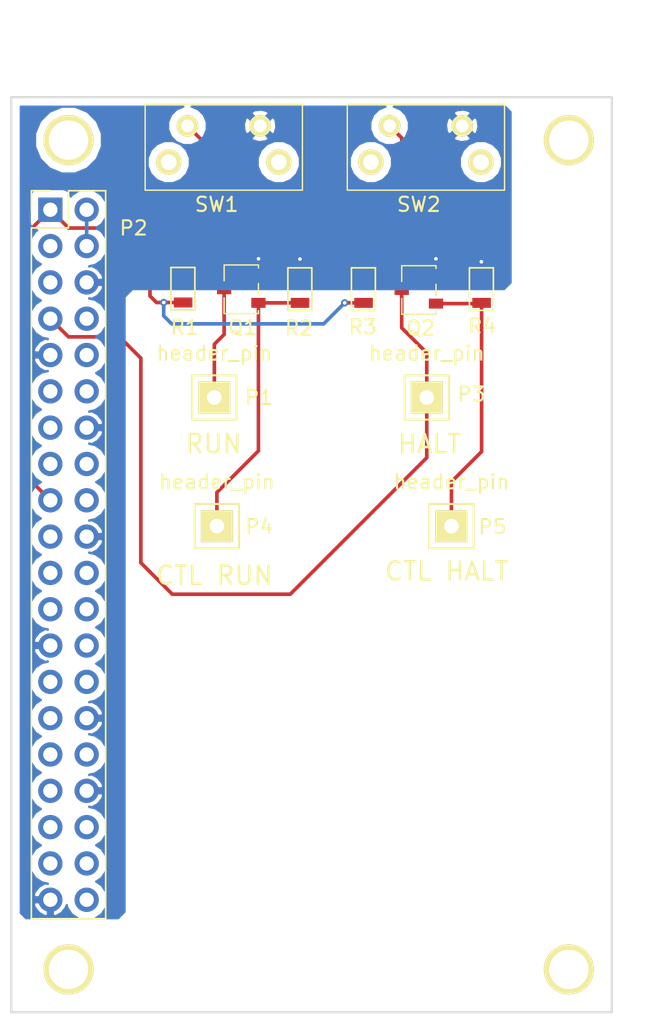
<source format=kicad_pcb>
(kicad_pcb (version 4) (host pcbnew 4.0.1-stable)

  (general
    (links 28)
    (no_connects 0)
    (area 115.924999 67.924999 158.075001 132.075001)
    (thickness 1.6)
    (drawings 8)
    (tracks 67)
    (zones 0)
    (modules 17)
    (nets 35)
  )

  (page A4)
  (layers
    (0 F.Cu signal)
    (31 B.Cu signal)
    (32 B.Adhes user)
    (33 F.Adhes user)
    (34 B.Paste user)
    (35 F.Paste user)
    (36 B.SilkS user)
    (37 F.SilkS user)
    (38 B.Mask user)
    (39 F.Mask user)
    (40 Dwgs.User user)
    (41 Cmts.User user)
    (42 Eco1.User user)
    (43 Eco2.User user)
    (44 Edge.Cuts user)
    (45 Margin user)
    (46 B.CrtYd user)
    (47 F.CrtYd user)
    (48 B.Fab user)
    (49 F.Fab user)
  )

  (setup
    (last_trace_width 0.254)
    (user_trace_width 0.1524)
    (user_trace_width 0.1778)
    (user_trace_width 0.254)
    (user_trace_width 0.508)
    (trace_clearance 0.2)
    (zone_clearance 0.508)
    (zone_45_only no)
    (trace_min 0.1524)
    (segment_width 0.2)
    (edge_width 0.15)
    (via_size 0.508)
    (via_drill 0.254)
    (via_min_size 0.508)
    (via_min_drill 0.254)
    (uvia_size 0.3)
    (uvia_drill 0.1)
    (uvias_allowed no)
    (uvia_min_size 0.2)
    (uvia_min_drill 0.1)
    (pcb_text_width 0.3)
    (pcb_text_size 1.5 1.5)
    (mod_edge_width 0.15)
    (mod_text_size 1 1)
    (mod_text_width 0.15)
    (pad_size 1.524 1.524)
    (pad_drill 0.762)
    (pad_to_mask_clearance 0.2)
    (aux_axis_origin 0 0)
    (visible_elements FFFEF77F)
    (pcbplotparams
      (layerselection 0x00030_80000001)
      (usegerberextensions false)
      (excludeedgelayer true)
      (linewidth 0.100000)
      (plotframeref false)
      (viasonmask false)
      (mode 1)
      (useauxorigin false)
      (hpglpennumber 1)
      (hpglpenspeed 20)
      (hpglpendiameter 15)
      (hpglpenoverlay 2)
      (psnegative false)
      (psa4output false)
      (plotreference true)
      (plotvalue true)
      (plotinvisibletext false)
      (padsonsilk false)
      (subtractmaskfromsilk false)
      (outputformat 1)
      (mirror false)
      (drillshape 1)
      (scaleselection 1)
      (outputdirectory ""))
  )

  (net 0 "")
  (net 1 /3V3)
  (net 2 /5V)
  (net 3 /SDA)
  (net 4 /SCL)
  (net 5 GND)
  (net 6 "Net-(P2-Pad8)")
  (net 7 "Net-(P2-Pad10)")
  (net 8 "Net-(P2-Pad11)")
  (net 9 "Net-(P2-Pad12)")
  (net 10 "Net-(P2-Pad13)")
  (net 11 "Net-(P2-Pad15)")
  (net 12 "Net-(P2-Pad16)")
  (net 13 "Net-(P2-Pad18)")
  (net 14 /SIMO)
  (net 15 /SOMI)
  (net 16 "Net-(P2-Pad22)")
  (net 17 /CLK)
  (net 18 "Net-(P2-Pad24)")
  (net 19 "Net-(P2-Pad26)")
  (net 20 "Net-(P2-Pad27)")
  (net 21 "Net-(P2-Pad28)")
  (net 22 "Net-(P2-Pad29)")
  (net 23 "Net-(P2-Pad31)")
  (net 24 "Net-(P2-Pad32)")
  (net 25 "Net-(P2-Pad33)")
  (net 26 "Net-(P2-Pad35)")
  (net 27 "Net-(P2-Pad36)")
  (net 28 "Net-(P2-Pad37)")
  (net 29 "Net-(P2-Pad38)")
  (net 30 "Net-(P2-Pad40)")
  (net 31 /RUN)
  (net 32 /CTL_RUN)
  (net 33 /HALT)
  (net 34 /CTL_HALT)

  (net_class Default "This is the default net class."
    (clearance 0.2)
    (trace_width 0.254)
    (via_dia 0.508)
    (via_drill 0.254)
    (uvia_dia 0.3)
    (uvia_drill 0.1)
    (add_net /3V3)
    (add_net /5V)
    (add_net /CLK)
    (add_net /CTL_HALT)
    (add_net /CTL_RUN)
    (add_net /HALT)
    (add_net /RUN)
    (add_net /SCL)
    (add_net /SDA)
    (add_net /SIMO)
    (add_net /SOMI)
    (add_net GND)
    (add_net "Net-(P2-Pad10)")
    (add_net "Net-(P2-Pad11)")
    (add_net "Net-(P2-Pad12)")
    (add_net "Net-(P2-Pad13)")
    (add_net "Net-(P2-Pad15)")
    (add_net "Net-(P2-Pad16)")
    (add_net "Net-(P2-Pad18)")
    (add_net "Net-(P2-Pad22)")
    (add_net "Net-(P2-Pad24)")
    (add_net "Net-(P2-Pad26)")
    (add_net "Net-(P2-Pad27)")
    (add_net "Net-(P2-Pad28)")
    (add_net "Net-(P2-Pad29)")
    (add_net "Net-(P2-Pad31)")
    (add_net "Net-(P2-Pad32)")
    (add_net "Net-(P2-Pad33)")
    (add_net "Net-(P2-Pad35)")
    (add_net "Net-(P2-Pad36)")
    (add_net "Net-(P2-Pad37)")
    (add_net "Net-(P2-Pad38)")
    (add_net "Net-(P2-Pad40)")
    (add_net "Net-(P2-Pad8)")
  )

  (module footprints_on_Cdrive:Rpi_mt_hole (layer F.Cu) (tedit 59802374) (tstamp 598440D9)
    (at 120 71)
    (path /5932AC4D)
    (fp_text reference MH1 (at 0 -3) (layer F.SilkS) hide
      (effects (font (size 1 1) (thickness 0.15)))
    )
    (fp_text value mount_hole (at 1 3) (layer F.Fab)
      (effects (font (size 1 1) (thickness 0.15)))
    )
    (pad 0 thru_hole circle (at 0 0) (size 3.5 3.5) (drill 2.75) (layers *.Cu *.Mask F.SilkS))
  )

  (module footprints_on_Cdrive:Rpi_mt_hole (layer F.Cu) (tedit 5980237C) (tstamp 598440DE)
    (at 120 129)
    (path /5932AE30)
    (fp_text reference MH2 (at 0 -3) (layer F.SilkS) hide
      (effects (font (size 1 1) (thickness 0.15)))
    )
    (fp_text value mount_hole (at 1 3) (layer F.Fab)
      (effects (font (size 1 1) (thickness 0.15)))
    )
    (pad 0 thru_hole circle (at 0 0) (size 3.5 3.5) (drill 2.75) (layers *.Cu *.Mask F.SilkS))
  )

  (module footprints_on_Cdrive:Rpi_mt_hole (layer F.Cu) (tedit 5980239F) (tstamp 598440E3)
    (at 155 71)
    (path /595D99E1)
    (fp_text reference MH3 (at 0 -3) (layer F.SilkS) hide
      (effects (font (size 1 1) (thickness 0.15)))
    )
    (fp_text value mount_hole (at 1 3) (layer F.Fab)
      (effects (font (size 1 1) (thickness 0.15)))
    )
    (pad 0 thru_hole circle (at 0 0) (size 3.5 3.5) (drill 2.75) (layers *.Cu *.Mask F.SilkS))
  )

  (module footprints_on_Cdrive:Rpi_mt_hole (layer F.Cu) (tedit 59802398) (tstamp 598440E8)
    (at 155 129)
    (path /595D99E7)
    (fp_text reference MH4 (at 0 -3) (layer F.SilkS) hide
      (effects (font (size 1 1) (thickness 0.15)))
    )
    (fp_text value mount_hole (at 1 3) (layer F.Fab)
      (effects (font (size 1 1) (thickness 0.15)))
    )
    (pad 0 thru_hole circle (at 0 0) (size 3.5 3.5) (drill 2.75) (layers *.Cu *.Mask F.SilkS))
  )

  (module footprints_on_Cdrive:header_2x20 (layer F.Cu) (tedit 5980352E) (tstamp 59844125)
    (at 120 100)
    (descr "Through hole straight pin header, 2x20, 2.54mm pitch, double rows")
    (tags "Through hole pin header THT 2x20 2.54mm double row")
    (path /59291121)
    (fp_text reference P2 (at 4.55 -22.85) (layer F.SilkS)
      (effects (font (size 1 1) (thickness 0.15)))
    )
    (fp_text value Rpi_HDR-40 (at 0 26.46) (layer F.Fab)
      (effects (font (size 1 1) (thickness 0.15)))
    )
    (fp_line (start -2.54 -25.4) (end -2.54 25.4) (layer F.Fab) (width 0.1))
    (fp_line (start -2.54 25.4) (end 2.54 25.4) (layer F.Fab) (width 0.1))
    (fp_line (start 2.54 25.4) (end 2.54 -25.4) (layer F.Fab) (width 0.1))
    (fp_line (start 2.54 -25.4) (end -2.54 -25.4) (layer F.Fab) (width 0.1))
    (fp_line (start -2.6 -22.86) (end -2.6 25.46) (layer F.SilkS) (width 0.12))
    (fp_line (start -2.6 25.46) (end 2.6 25.46) (layer F.SilkS) (width 0.12))
    (fp_line (start 2.6 25.46) (end 2.6 -25.46) (layer F.SilkS) (width 0.12))
    (fp_line (start 2.6 -25.46) (end 0 -25.46) (layer F.SilkS) (width 0.12))
    (fp_line (start 0 -25.46) (end 0 -22.86) (layer F.SilkS) (width 0.12))
    (fp_line (start 0 -22.86) (end -2.6 -22.86) (layer F.SilkS) (width 0.12))
    (fp_line (start -2.6 -24.13) (end -2.6 -25.46) (layer F.SilkS) (width 0.12))
    (fp_line (start -2.6 -25.46) (end -1.27 -25.46) (layer F.SilkS) (width 0.12))
    (fp_line (start -3.07 -25.93) (end -3.07 25.92) (layer F.CrtYd) (width 0.05))
    (fp_line (start -3.07 25.92) (end 3.08 25.92) (layer F.CrtYd) (width 0.05))
    (fp_line (start 3.08 25.92) (end 3.08 -25.93) (layer F.CrtYd) (width 0.05))
    (fp_line (start 3.08 -25.93) (end -3.07 -25.93) (layer F.CrtYd) (width 0.05))
    (fp_text user %R (at 0 -26.46) (layer F.Fab) hide
      (effects (font (size 1 1) (thickness 0.15)))
    )
    (pad 1 thru_hole rect (at -1.27 -24.13) (size 1.7 1.7) (drill 1) (layers *.Cu *.Mask)
      (net 1 /3V3))
    (pad 2 thru_hole oval (at 1.27 -24.13) (size 1.7 1.7) (drill 1) (layers *.Cu *.Mask)
      (net 2 /5V))
    (pad 3 thru_hole oval (at -1.27 -21.59) (size 1.7 1.7) (drill 1) (layers *.Cu *.Mask)
      (net 3 /SDA))
    (pad 4 thru_hole oval (at 1.27 -21.59) (size 1.7 1.7) (drill 1) (layers *.Cu *.Mask)
      (net 2 /5V))
    (pad 5 thru_hole oval (at -1.27 -19.05) (size 1.7 1.7) (drill 1) (layers *.Cu *.Mask)
      (net 4 /SCL))
    (pad 6 thru_hole oval (at 1.27 -19.05) (size 1.7 1.7) (drill 1) (layers *.Cu *.Mask)
      (net 5 GND))
    (pad 7 thru_hole oval (at -1.27 -16.51) (size 1.7 1.7) (drill 1) (layers *.Cu *.Mask)
      (net 33 /HALT))
    (pad 8 thru_hole oval (at 1.27 -16.51) (size 1.7 1.7) (drill 1) (layers *.Cu *.Mask)
      (net 6 "Net-(P2-Pad8)"))
    (pad 9 thru_hole oval (at -1.27 -13.97) (size 1.7 1.7) (drill 1) (layers *.Cu *.Mask)
      (net 5 GND))
    (pad 10 thru_hole oval (at 1.27 -13.97) (size 1.7 1.7) (drill 1) (layers *.Cu *.Mask)
      (net 7 "Net-(P2-Pad10)"))
    (pad 11 thru_hole oval (at -1.27 -11.43) (size 1.7 1.7) (drill 1) (layers *.Cu *.Mask)
      (net 8 "Net-(P2-Pad11)"))
    (pad 12 thru_hole oval (at 1.27 -11.43) (size 1.7 1.7) (drill 1) (layers *.Cu *.Mask)
      (net 9 "Net-(P2-Pad12)"))
    (pad 13 thru_hole oval (at -1.27 -8.89) (size 1.7 1.7) (drill 1) (layers *.Cu *.Mask)
      (net 10 "Net-(P2-Pad13)"))
    (pad 14 thru_hole oval (at 1.27 -8.89) (size 1.7 1.7) (drill 1) (layers *.Cu *.Mask)
      (net 5 GND))
    (pad 15 thru_hole oval (at -1.27 -6.35) (size 1.7 1.7) (drill 1) (layers *.Cu *.Mask)
      (net 11 "Net-(P2-Pad15)"))
    (pad 16 thru_hole oval (at 1.27 -6.35) (size 1.7 1.7) (drill 1) (layers *.Cu *.Mask)
      (net 12 "Net-(P2-Pad16)"))
    (pad 17 thru_hole oval (at -1.27 -3.81) (size 1.7 1.7) (drill 1) (layers *.Cu *.Mask)
      (net 1 /3V3))
    (pad 18 thru_hole oval (at 1.27 -3.81) (size 1.7 1.7) (drill 1) (layers *.Cu *.Mask)
      (net 13 "Net-(P2-Pad18)"))
    (pad 19 thru_hole oval (at -1.27 -1.27) (size 1.7 1.7) (drill 1) (layers *.Cu *.Mask)
      (net 14 /SIMO))
    (pad 20 thru_hole oval (at 1.27 -1.27) (size 1.7 1.7) (drill 1) (layers *.Cu *.Mask)
      (net 5 GND))
    (pad 21 thru_hole oval (at -1.27 1.27) (size 1.7 1.7) (drill 1) (layers *.Cu *.Mask)
      (net 15 /SOMI))
    (pad 22 thru_hole oval (at 1.27 1.27) (size 1.7 1.7) (drill 1) (layers *.Cu *.Mask)
      (net 16 "Net-(P2-Pad22)"))
    (pad 23 thru_hole oval (at -1.27 3.81) (size 1.7 1.7) (drill 1) (layers *.Cu *.Mask)
      (net 17 /CLK))
    (pad 24 thru_hole oval (at 1.27 3.81) (size 1.7 1.7) (drill 1) (layers *.Cu *.Mask)
      (net 18 "Net-(P2-Pad24)"))
    (pad 25 thru_hole oval (at -1.27 6.35) (size 1.7 1.7) (drill 1) (layers *.Cu *.Mask)
      (net 5 GND))
    (pad 26 thru_hole oval (at 1.27 6.35) (size 1.7 1.7) (drill 1) (layers *.Cu *.Mask)
      (net 19 "Net-(P2-Pad26)"))
    (pad 27 thru_hole oval (at -1.27 8.89) (size 1.7 1.7) (drill 1) (layers *.Cu *.Mask)
      (net 20 "Net-(P2-Pad27)"))
    (pad 28 thru_hole oval (at 1.27 8.89) (size 1.7 1.7) (drill 1) (layers *.Cu *.Mask)
      (net 21 "Net-(P2-Pad28)"))
    (pad 29 thru_hole oval (at -1.27 11.43) (size 1.7 1.7) (drill 1) (layers *.Cu *.Mask)
      (net 22 "Net-(P2-Pad29)"))
    (pad 30 thru_hole oval (at 1.27 11.43) (size 1.7 1.7) (drill 1) (layers *.Cu *.Mask)
      (net 5 GND))
    (pad 31 thru_hole oval (at -1.27 13.97) (size 1.7 1.7) (drill 1) (layers *.Cu *.Mask)
      (net 23 "Net-(P2-Pad31)"))
    (pad 32 thru_hole oval (at 1.27 13.97) (size 1.7 1.7) (drill 1) (layers *.Cu *.Mask)
      (net 24 "Net-(P2-Pad32)"))
    (pad 33 thru_hole oval (at -1.27 16.51) (size 1.7 1.7) (drill 1) (layers *.Cu *.Mask)
      (net 25 "Net-(P2-Pad33)"))
    (pad 34 thru_hole oval (at 1.27 16.51) (size 1.7 1.7) (drill 1) (layers *.Cu *.Mask)
      (net 5 GND))
    (pad 35 thru_hole oval (at -1.27 19.05) (size 1.7 1.7) (drill 1) (layers *.Cu *.Mask)
      (net 26 "Net-(P2-Pad35)"))
    (pad 36 thru_hole oval (at 1.27 19.05) (size 1.7 1.7) (drill 1) (layers *.Cu *.Mask)
      (net 27 "Net-(P2-Pad36)"))
    (pad 37 thru_hole oval (at -1.27 21.59) (size 1.7 1.7) (drill 1) (layers *.Cu *.Mask)
      (net 28 "Net-(P2-Pad37)"))
    (pad 38 thru_hole oval (at 1.27 21.59) (size 1.7 1.7) (drill 1) (layers *.Cu *.Mask)
      (net 29 "Net-(P2-Pad38)"))
    (pad 39 thru_hole oval (at -1.27 24.13) (size 1.7 1.7) (drill 1) (layers *.Cu *.Mask)
      (net 5 GND))
    (pad 40 thru_hole oval (at 1.27 24.13) (size 1.7 1.7) (drill 1) (layers *.Cu *.Mask)
      (net 30 "Net-(P2-Pad40)"))
    (model ${KISYS3DMOD}/Pin_Headers.3dshapes/Pin_Header_Straight_2x20_Pitch2.54mm.wrl
      (at (xyz 0.05 -0.95 0))
      (scale (xyz 1 1 1))
      (rotate (xyz 0 0 90))
    )
  )

  (module footprints_on_Cdrive:SOT23 (layer F.Cu) (tedit 59802E8E) (tstamp 59844135)
    (at 130.8862 81.4324 90)
    (path /592F251A)
    (fp_text reference Q1 (at -2.667 1.2954 180) (layer F.SilkS)
      (effects (font (size 1 1) (thickness 0.15)))
    )
    (fp_text value 2N7002 (at 0 4.064 90) (layer F.Fab)
      (effects (font (size 1 1) (thickness 0.15)))
    )
    (fp_line (start 0.6 0) (end 1.5 0) (layer F.SilkS) (width 0.1))
    (fp_line (start -1.5 0) (end -0.6 0) (layer F.SilkS) (width 0.1))
    (fp_line (start 0.4 2.4) (end -0.4 2.4) (layer F.SilkS) (width 0.1))
    (fp_line (start 1.5 0) (end 1.7 0) (layer F.SilkS) (width 0.1))
    (fp_line (start 1.7 0) (end 1.7 2.4) (layer F.SilkS) (width 0.1))
    (fp_line (start 1.7 2.4) (end 1.5 2.4) (layer F.SilkS) (width 0.1))
    (fp_line (start -1.5 0) (end -1.7 0) (layer F.SilkS) (width 0.1))
    (fp_line (start -1.7 0) (end -1.7 2.4) (layer F.SilkS) (width 0.1))
    (fp_line (start -1.7 2.4) (end -1.5 2.4) (layer F.SilkS) (width 0.1))
    (pad 3 smd rect (at 0 0 90) (size 0.7 1) (layers F.Cu F.Paste F.Mask)
      (net 31 /RUN))
    (pad 1 smd rect (at -0.95 2.4 90) (size 0.7 1) (layers F.Cu F.Paste F.Mask)
      (net 32 /CTL_RUN))
    (pad 2 smd rect (at 0.95 2.4 90) (size 0.7 1) (layers F.Cu F.Paste F.Mask)
      (net 5 GND))
  )

  (module footprints_on_Cdrive:SOT23 (layer F.Cu) (tedit 59802F07) (tstamp 59844145)
    (at 143.3068 81.4832 90)
    (path /596674D3)
    (fp_text reference Q2 (at -2.667 1.3208 180) (layer F.SilkS)
      (effects (font (size 1 1) (thickness 0.15)))
    )
    (fp_text value 2N7002 (at 0 4.064 90) (layer F.Fab)
      (effects (font (size 1 1) (thickness 0.15)))
    )
    (fp_line (start 0.6 0) (end 1.5 0) (layer F.SilkS) (width 0.1))
    (fp_line (start -1.5 0) (end -0.6 0) (layer F.SilkS) (width 0.1))
    (fp_line (start 0.4 2.4) (end -0.4 2.4) (layer F.SilkS) (width 0.1))
    (fp_line (start 1.5 0) (end 1.7 0) (layer F.SilkS) (width 0.1))
    (fp_line (start 1.7 0) (end 1.7 2.4) (layer F.SilkS) (width 0.1))
    (fp_line (start 1.7 2.4) (end 1.5 2.4) (layer F.SilkS) (width 0.1))
    (fp_line (start -1.5 0) (end -1.7 0) (layer F.SilkS) (width 0.1))
    (fp_line (start -1.7 0) (end -1.7 2.4) (layer F.SilkS) (width 0.1))
    (fp_line (start -1.7 2.4) (end -1.5 2.4) (layer F.SilkS) (width 0.1))
    (pad 3 smd rect (at 0 0 90) (size 0.7 1) (layers F.Cu F.Paste F.Mask)
      (net 33 /HALT))
    (pad 1 smd rect (at -0.95 2.4 90) (size 0.7 1) (layers F.Cu F.Paste F.Mask)
      (net 34 /CTL_HALT))
    (pad 2 smd rect (at 0.95 2.4 90) (size 0.7 1) (layers F.Cu F.Paste F.Mask)
      (net 5 GND))
  )

  (module footprints_on_Cdrive:0805 (layer F.Cu) (tedit 59802E7D) (tstamp 59844155)
    (at 128.016 81.407 270)
    (descr "Resistor SMD 0805, reflow soldering, Vishay (see dcrcw.pdf)")
    (tags "resistor 0805")
    (path /5969AD41)
    (attr smd)
    (fp_text reference R1 (at 2.6924 -0.1016 360) (layer F.SilkS)
      (effects (font (size 1 1) (thickness 0.15)))
    )
    (fp_text value 10k (at 0 2.1 270) (layer F.Fab)
      (effects (font (size 1 1) (thickness 0.15)))
    )
    (fp_line (start -1.5 0.85) (end -1.5 0.775) (layer F.SilkS) (width 0.12))
    (fp_line (start 1.475 0.85) (end 1.475 0.8) (layer F.SilkS) (width 0.12))
    (fp_line (start -1.5 0.85) (end 1.475 0.85) (layer F.SilkS) (width 0.12))
    (fp_line (start 1.475 -0.825) (end 1.475 0.8) (layer F.SilkS) (width 0.12))
    (fp_line (start -1.5 0.8) (end -1.5 -0.825) (layer F.SilkS) (width 0.12))
    (fp_line (start -1.5 -0.825) (end 1.475 -0.825) (layer F.SilkS) (width 0.12))
    (fp_line (start -1.6 -1) (end 1.6 -1) (layer F.CrtYd) (width 0.05))
    (fp_line (start -1.6 1) (end 1.6 1) (layer F.CrtYd) (width 0.05))
    (fp_line (start -1.6 -1) (end -1.6 1) (layer F.CrtYd) (width 0.05))
    (fp_line (start 1.6 -1) (end 1.6 1) (layer F.CrtYd) (width 0.05))
    (pad 1 smd rect (at -0.95 0 270) (size 0.7 1.3) (layers F.Cu F.Paste F.Mask)
      (net 31 /RUN))
    (pad 2 smd rect (at 0.95 0 270) (size 0.7 1.3) (layers F.Cu F.Paste F.Mask)
      (net 1 /3V3))
    (model Resistors_SMD.3dshapes/R_0805.wrl
      (at (xyz 0 0 0))
      (scale (xyz 1 1 1))
      (rotate (xyz 0 0 0))
    )
  )

  (module footprints_on_Cdrive:0805 (layer F.Cu) (tedit 59802EC5) (tstamp 59844165)
    (at 136.1948 81.4324 270)
    (descr "Resistor SMD 0805, reflow soldering, Vishay (see dcrcw.pdf)")
    (tags "resistor 0805")
    (path /59665C0E)
    (attr smd)
    (fp_text reference R2 (at 2.7178 0.0762 360) (layer F.SilkS)
      (effects (font (size 1 1) (thickness 0.15)))
    )
    (fp_text value 10k (at 0 2.1 270) (layer F.Fab)
      (effects (font (size 1 1) (thickness 0.15)))
    )
    (fp_line (start -1.5 0.85) (end -1.5 0.775) (layer F.SilkS) (width 0.12))
    (fp_line (start 1.475 0.85) (end 1.475 0.8) (layer F.SilkS) (width 0.12))
    (fp_line (start -1.5 0.85) (end 1.475 0.85) (layer F.SilkS) (width 0.12))
    (fp_line (start 1.475 -0.825) (end 1.475 0.8) (layer F.SilkS) (width 0.12))
    (fp_line (start -1.5 0.8) (end -1.5 -0.825) (layer F.SilkS) (width 0.12))
    (fp_line (start -1.5 -0.825) (end 1.475 -0.825) (layer F.SilkS) (width 0.12))
    (fp_line (start -1.6 -1) (end 1.6 -1) (layer F.CrtYd) (width 0.05))
    (fp_line (start -1.6 1) (end 1.6 1) (layer F.CrtYd) (width 0.05))
    (fp_line (start -1.6 -1) (end -1.6 1) (layer F.CrtYd) (width 0.05))
    (fp_line (start 1.6 -1) (end 1.6 1) (layer F.CrtYd) (width 0.05))
    (pad 1 smd rect (at -0.95 0 270) (size 0.7 1.3) (layers F.Cu F.Paste F.Mask)
      (net 5 GND))
    (pad 2 smd rect (at 0.95 0 270) (size 0.7 1.3) (layers F.Cu F.Paste F.Mask)
      (net 32 /CTL_RUN))
    (model Resistors_SMD.3dshapes/R_0805.wrl
      (at (xyz 0 0 0))
      (scale (xyz 1 1 1))
      (rotate (xyz 0 0 0))
    )
  )

  (module footprints_on_Cdrive:0805 (layer F.Cu) (tedit 59802EF3) (tstamp 59844175)
    (at 140.6398 81.4324 270)
    (descr "Resistor SMD 0805, reflow soldering, Vishay (see dcrcw.pdf)")
    (tags "resistor 0805")
    (path /5969ADF2)
    (attr smd)
    (fp_text reference R3 (at 2.6416 0.0508 360) (layer F.SilkS)
      (effects (font (size 1 1) (thickness 0.15)))
    )
    (fp_text value 10k (at 0 2.1 270) (layer F.Fab)
      (effects (font (size 1 1) (thickness 0.15)))
    )
    (fp_line (start -1.5 0.85) (end -1.5 0.775) (layer F.SilkS) (width 0.12))
    (fp_line (start 1.475 0.85) (end 1.475 0.8) (layer F.SilkS) (width 0.12))
    (fp_line (start -1.5 0.85) (end 1.475 0.85) (layer F.SilkS) (width 0.12))
    (fp_line (start 1.475 -0.825) (end 1.475 0.8) (layer F.SilkS) (width 0.12))
    (fp_line (start -1.5 0.8) (end -1.5 -0.825) (layer F.SilkS) (width 0.12))
    (fp_line (start -1.5 -0.825) (end 1.475 -0.825) (layer F.SilkS) (width 0.12))
    (fp_line (start -1.6 -1) (end 1.6 -1) (layer F.CrtYd) (width 0.05))
    (fp_line (start -1.6 1) (end 1.6 1) (layer F.CrtYd) (width 0.05))
    (fp_line (start -1.6 -1) (end -1.6 1) (layer F.CrtYd) (width 0.05))
    (fp_line (start 1.6 -1) (end 1.6 1) (layer F.CrtYd) (width 0.05))
    (pad 1 smd rect (at -0.95 0 270) (size 0.7 1.3) (layers F.Cu F.Paste F.Mask)
      (net 33 /HALT))
    (pad 2 smd rect (at 0.95 0 270) (size 0.7 1.3) (layers F.Cu F.Paste F.Mask)
      (net 1 /3V3))
    (model Resistors_SMD.3dshapes/R_0805.wrl
      (at (xyz 0 0 0))
      (scale (xyz 1 1 1))
      (rotate (xyz 0 0 0))
    )
  )

  (module footprints_on_Cdrive:0805 (layer F.Cu) (tedit 59802F1D) (tstamp 59844185)
    (at 148.8948 81.4324 270)
    (descr "Resistor SMD 0805, reflow soldering, Vishay (see dcrcw.pdf)")
    (tags "resistor 0805")
    (path /596674F3)
    (attr smd)
    (fp_text reference R4 (at 2.5654 -0.0254 360) (layer F.SilkS)
      (effects (font (size 1 1) (thickness 0.15)))
    )
    (fp_text value 10k (at 0 2.1 270) (layer F.Fab)
      (effects (font (size 1 1) (thickness 0.15)))
    )
    (fp_line (start -1.5 0.85) (end -1.5 0.775) (layer F.SilkS) (width 0.12))
    (fp_line (start 1.475 0.85) (end 1.475 0.8) (layer F.SilkS) (width 0.12))
    (fp_line (start -1.5 0.85) (end 1.475 0.85) (layer F.SilkS) (width 0.12))
    (fp_line (start 1.475 -0.825) (end 1.475 0.8) (layer F.SilkS) (width 0.12))
    (fp_line (start -1.5 0.8) (end -1.5 -0.825) (layer F.SilkS) (width 0.12))
    (fp_line (start -1.5 -0.825) (end 1.475 -0.825) (layer F.SilkS) (width 0.12))
    (fp_line (start -1.6 -1) (end 1.6 -1) (layer F.CrtYd) (width 0.05))
    (fp_line (start -1.6 1) (end 1.6 1) (layer F.CrtYd) (width 0.05))
    (fp_line (start -1.6 -1) (end -1.6 1) (layer F.CrtYd) (width 0.05))
    (fp_line (start 1.6 -1) (end 1.6 1) (layer F.CrtYd) (width 0.05))
    (pad 1 smd rect (at -0.95 0 270) (size 0.7 1.3) (layers F.Cu F.Paste F.Mask)
      (net 5 GND))
    (pad 2 smd rect (at 0.95 0 270) (size 0.7 1.3) (layers F.Cu F.Paste F.Mask)
      (net 34 /CTL_HALT))
    (model Resistors_SMD.3dshapes/R_0805.wrl
      (at (xyz 0 0 0))
      (scale (xyz 1 1 1))
      (rotate (xyz 0 0 0))
    )
  )

  (module footprints_on_Cdrive:SW_tact_SPST_RA_thru (layer F.Cu) (tedit 598023E5) (tstamp 5984419A)
    (at 130.8608 70 180)
    (path /5965E4E1)
    (fp_text reference SW1 (at 0.5 -5.5 360) (layer F.SilkS)
      (effects (font (size 1 1) (thickness 0.15)))
    )
    (fp_text value SW_PUSH (at 0.5 -7.25 180) (layer F.Fab)
      (effects (font (size 1 1) (thickness 0.15)))
    )
    (fp_line (start -1 1.75) (end -1 8.75) (layer F.Fab) (width 0.1))
    (fp_line (start -1 8.75) (end 1 8.75) (layer F.Fab) (width 0.1))
    (fp_line (start 1 8.75) (end 1 1.75) (layer F.Fab) (width 0.1))
    (fp_line (start 1 1.75) (end 5.75 1.75) (layer F.Fab) (width 0.1))
    (fp_line (start 5.75 1.75) (end 5.75 -4.5) (layer F.Fab) (width 0.1))
    (fp_line (start 5.75 -4.5) (end -5.75 -4.5) (layer F.Fab) (width 0.1))
    (fp_line (start -5.75 -4.5) (end -5.75 1.75) (layer F.Fab) (width 0.1))
    (fp_line (start -5.75 1.75) (end -5.5 1.75) (layer F.Fab) (width 0.1))
    (fp_line (start -5.5 1.75) (end -1 1.75) (layer F.Fab) (width 0.1))
    (fp_line (start 5.5 1.5) (end -5.5 1.5) (layer F.SilkS) (width 0.1))
    (fp_line (start -5.5 1.5) (end -5.5 -4.5) (layer F.SilkS) (width 0.1))
    (fp_line (start -5.5 -4.5) (end 5.5 -4.5) (layer F.SilkS) (width 0.1))
    (fp_line (start 5.5 -4.5) (end 5.5 1.5) (layer F.SilkS) (width 0.1))
    (pad 1 thru_hole circle (at -2.54 0 180) (size 1.524 1.524) (drill 0.889) (layers *.Cu *.Mask F.SilkS)
      (net 5 GND))
    (pad 2 thru_hole circle (at 2.54 0 180) (size 1.524 1.524) (drill 0.889) (layers *.Cu *.Mask F.SilkS)
      (net 31 /RUN))
    (pad 0 thru_hole circle (at -3.85 -2.54 180) (size 1.778 1.778) (drill 1.0922) (layers *.Cu *.Mask F.SilkS))
    (pad 0 thru_hole circle (at 3.85 -2.54 180) (size 1.778 1.778) (drill 1.0922) (layers *.Cu *.Mask F.SilkS))
  )

  (module footprints_on_Cdrive:SW_tact_SPST_RA_thru (layer F.Cu) (tedit 59801EB3) (tstamp 598443B4)
    (at 145 70 180)
    (path /59803C0C)
    (fp_text reference SW2 (at 0.5 -5.5 180) (layer F.SilkS)
      (effects (font (size 1 1) (thickness 0.15)))
    )
    (fp_text value SW_PUSH (at 0.5 -7.25 180) (layer F.Fab)
      (effects (font (size 1 1) (thickness 0.15)))
    )
    (fp_line (start -1 1.75) (end -1 8.75) (layer F.Fab) (width 0.1))
    (fp_line (start -1 8.75) (end 1 8.75) (layer F.Fab) (width 0.1))
    (fp_line (start 1 8.75) (end 1 1.75) (layer F.Fab) (width 0.1))
    (fp_line (start 1 1.75) (end 5.75 1.75) (layer F.Fab) (width 0.1))
    (fp_line (start 5.75 1.75) (end 5.75 -4.5) (layer F.Fab) (width 0.1))
    (fp_line (start 5.75 -4.5) (end -5.75 -4.5) (layer F.Fab) (width 0.1))
    (fp_line (start -5.75 -4.5) (end -5.75 1.75) (layer F.Fab) (width 0.1))
    (fp_line (start -5.75 1.75) (end -5.5 1.75) (layer F.Fab) (width 0.1))
    (fp_line (start -5.5 1.75) (end -1 1.75) (layer F.Fab) (width 0.1))
    (fp_line (start 5.5 1.5) (end -5.5 1.5) (layer F.SilkS) (width 0.1))
    (fp_line (start -5.5 1.5) (end -5.5 -4.5) (layer F.SilkS) (width 0.1))
    (fp_line (start -5.5 -4.5) (end 5.5 -4.5) (layer F.SilkS) (width 0.1))
    (fp_line (start 5.5 -4.5) (end 5.5 1.5) (layer F.SilkS) (width 0.1))
    (pad 1 thru_hole circle (at -2.54 0 180) (size 1.524 1.524) (drill 0.889) (layers *.Cu *.Mask F.SilkS)
      (net 5 GND))
    (pad 2 thru_hole circle (at 2.54 0 180) (size 1.524 1.524) (drill 0.889) (layers *.Cu *.Mask F.SilkS)
      (net 33 /HALT))
    (pad 0 thru_hole circle (at -3.85 -2.54 180) (size 1.778 1.778) (drill 1.0922) (layers *.Cu *.Mask F.SilkS))
    (pad 0 thru_hole circle (at 3.85 -2.54 180) (size 1.778 1.778) (drill 1.0922) (layers *.Cu *.Mask F.SilkS))
  )

  (module footprints_on_Cdrive:Hdr_Pin (layer F.Cu) (tedit 598032D3) (tstamp 5985A6E8)
    (at 130.2004 89)
    (descr "Through hole pin header")
    (tags "pin header")
    (path /59672FDA)
    (fp_text reference P1 (at 3.1242 0.0016) (layer F.SilkS)
      (effects (font (size 1 1) (thickness 0.15)))
    )
    (fp_text value header_pin (at 0 -3.1) (layer F.SilkS)
      (effects (font (size 1 1) (thickness 0.15)))
    )
    (fp_line (start 1.55 -1.55) (end 1.55 1.5494) (layer F.SilkS) (width 0.15))
    (fp_line (start -1.75 -1.75) (end -1.75 1.75) (layer F.CrtYd) (width 0.05))
    (fp_line (start 1.75 -1.75) (end 1.75 1.75) (layer F.CrtYd) (width 0.05))
    (fp_line (start -1.75 -1.75) (end 1.75 -1.75) (layer F.CrtYd) (width 0.05))
    (fp_line (start -1.75 1.75) (end 1.75 1.75) (layer F.CrtYd) (width 0.05))
    (fp_line (start -1.55 1.5494) (end -1.55 -1.55) (layer F.SilkS) (width 0.15))
    (fp_line (start -1.55 -1.55) (end 1.55 -1.55) (layer F.SilkS) (width 0.15))
    (fp_line (start -1.5494 1.5494) (end 1.5494 1.5494) (layer F.SilkS) (width 0.15))
    (pad 1 thru_hole rect (at 0 0) (size 2.2352 2.2352) (drill 1.016) (layers *.Cu *.Mask F.SilkS)
      (net 31 /RUN))
    (model Pin_Headers.3dshapes/Pin_Header_Straight_1x01.wrl
      (at (xyz 0 0 0))
      (scale (xyz 1 1 1))
      (rotate (xyz 0 0 90))
    )
  )

  (module footprints_on_Cdrive:Hdr_Pin (layer F.Cu) (tedit 598032D6) (tstamp 5985A6F5)
    (at 145.0594 89)
    (descr "Through hole pin header")
    (tags "pin header")
    (path /598055E4)
    (fp_text reference P3 (at 3.1242 -0.227) (layer F.SilkS)
      (effects (font (size 1 1) (thickness 0.15)))
    )
    (fp_text value header_pin (at 0 -3.1) (layer F.SilkS)
      (effects (font (size 1 1) (thickness 0.15)))
    )
    (fp_line (start 1.55 -1.55) (end 1.55 1.5494) (layer F.SilkS) (width 0.15))
    (fp_line (start -1.75 -1.75) (end -1.75 1.75) (layer F.CrtYd) (width 0.05))
    (fp_line (start 1.75 -1.75) (end 1.75 1.75) (layer F.CrtYd) (width 0.05))
    (fp_line (start -1.75 -1.75) (end 1.75 -1.75) (layer F.CrtYd) (width 0.05))
    (fp_line (start -1.75 1.75) (end 1.75 1.75) (layer F.CrtYd) (width 0.05))
    (fp_line (start -1.55 1.5494) (end -1.55 -1.55) (layer F.SilkS) (width 0.15))
    (fp_line (start -1.55 -1.55) (end 1.55 -1.55) (layer F.SilkS) (width 0.15))
    (fp_line (start -1.5494 1.5494) (end 1.5494 1.5494) (layer F.SilkS) (width 0.15))
    (pad 1 thru_hole rect (at 0 0) (size 2.2352 2.2352) (drill 1.016) (layers *.Cu *.Mask F.SilkS)
      (net 33 /HALT))
    (model Pin_Headers.3dshapes/Pin_Header_Straight_1x01.wrl
      (at (xyz 0 0 0))
      (scale (xyz 1 1 1))
      (rotate (xyz 0 0 90))
    )
  )

  (module footprints_on_Cdrive:Hdr_Pin (layer F.Cu) (tedit 598032DB) (tstamp 5985AC20)
    (at 130.3782 98)
    (descr "Through hole pin header")
    (tags "pin header")
    (path /59809BD1)
    (fp_text reference P4 (at 2.9718 0.044) (layer F.SilkS)
      (effects (font (size 1 1) (thickness 0.15)))
    )
    (fp_text value header_pin (at 0 -3.1) (layer F.SilkS)
      (effects (font (size 1 1) (thickness 0.15)))
    )
    (fp_line (start 1.55 -1.55) (end 1.55 1.5494) (layer F.SilkS) (width 0.15))
    (fp_line (start -1.75 -1.75) (end -1.75 1.75) (layer F.CrtYd) (width 0.05))
    (fp_line (start 1.75 -1.75) (end 1.75 1.75) (layer F.CrtYd) (width 0.05))
    (fp_line (start -1.75 -1.75) (end 1.75 -1.75) (layer F.CrtYd) (width 0.05))
    (fp_line (start -1.75 1.75) (end 1.75 1.75) (layer F.CrtYd) (width 0.05))
    (fp_line (start -1.55 1.5494) (end -1.55 -1.55) (layer F.SilkS) (width 0.15))
    (fp_line (start -1.55 -1.55) (end 1.55 -1.55) (layer F.SilkS) (width 0.15))
    (fp_line (start -1.5494 1.5494) (end 1.5494 1.5494) (layer F.SilkS) (width 0.15))
    (pad 1 thru_hole rect (at 0 0) (size 2.2352 2.2352) (drill 1.016) (layers *.Cu *.Mask F.SilkS)
      (net 32 /CTL_RUN))
    (model Pin_Headers.3dshapes/Pin_Header_Straight_1x01.wrl
      (at (xyz 0 0 0))
      (scale (xyz 1 1 1))
      (rotate (xyz 0 0 90))
    )
  )

  (module footprints_on_Cdrive:Hdr_Pin (layer F.Cu) (tedit 598032DF) (tstamp 5985AC2D)
    (at 146.7866 98)
    (descr "Through hole pin header")
    (tags "pin header")
    (path /59809FD7)
    (fp_text reference P5 (at 2.8702 0.044) (layer F.SilkS)
      (effects (font (size 1 1) (thickness 0.15)))
    )
    (fp_text value header_pin (at 0 -3.1) (layer F.SilkS)
      (effects (font (size 1 1) (thickness 0.15)))
    )
    (fp_line (start 1.55 -1.55) (end 1.55 1.5494) (layer F.SilkS) (width 0.15))
    (fp_line (start -1.75 -1.75) (end -1.75 1.75) (layer F.CrtYd) (width 0.05))
    (fp_line (start 1.75 -1.75) (end 1.75 1.75) (layer F.CrtYd) (width 0.05))
    (fp_line (start -1.75 -1.75) (end 1.75 -1.75) (layer F.CrtYd) (width 0.05))
    (fp_line (start -1.75 1.75) (end 1.75 1.75) (layer F.CrtYd) (width 0.05))
    (fp_line (start -1.55 1.5494) (end -1.55 -1.55) (layer F.SilkS) (width 0.15))
    (fp_line (start -1.55 -1.55) (end 1.55 -1.55) (layer F.SilkS) (width 0.15))
    (fp_line (start -1.5494 1.5494) (end 1.5494 1.5494) (layer F.SilkS) (width 0.15))
    (pad 1 thru_hole rect (at 0 0) (size 2.2352 2.2352) (drill 1.016) (layers *.Cu *.Mask F.SilkS)
      (net 34 /CTL_HALT))
    (model Pin_Headers.3dshapes/Pin_Header_Straight_1x01.wrl
      (at (xyz 0 0 0))
      (scale (xyz 1 1 1))
      (rotate (xyz 0 0 90))
    )
  )

  (gr_line (start 158 68) (end 116 68) (angle 90) (layer Edge.Cuts) (width 0.15))
  (gr_line (start 158 132) (end 158 68) (angle 90) (layer Edge.Cuts) (width 0.15))
  (gr_line (start 116 132) (end 158 132) (angle 90) (layer Edge.Cuts) (width 0.15))
  (gr_line (start 116 68) (end 116 132) (angle 90) (layer Edge.Cuts) (width 0.15))
  (gr_text HALT (at 145.25 92.25) (layer F.SilkS)
    (effects (font (size 1.27 1.27) (thickness 0.1778)))
  )
  (gr_text RUN (at 130.15 92.25) (layer F.SilkS)
    (effects (font (size 1.27 1.27) (thickness 0.1778)))
  )
  (gr_text "CTL RUN" (at 130.2 101.45) (layer F.SilkS)
    (effects (font (size 1.27 1.27) (thickness 0.1778)))
  )
  (gr_text "CTL HALT" (at 146.45 101.15) (layer F.SilkS)
    (effects (font (size 1.27 1.27) (thickness 0.1778)))
  )

  (segment (start 118.73 75.87) (end 117.03 77.57) (width 0.254) (layer F.Cu) (net 1))
  (segment (start 117.03 94.49) (end 118.73 96.19) (width 0.254) (layer F.Cu) (net 1) (tstamp 5985ADEB))
  (segment (start 117.03 77.57) (end 117.03 94.49) (width 0.254) (layer F.Cu) (net 1) (tstamp 5985ADE9))
  (via (at 126.66 82.357) (size 0.508) (drill 0.254) (layers F.Cu B.Cu) (net 1))
  (segment (start 140.6398 82.3824) (end 139.3224 82.3824) (width 0.254) (layer F.Cu) (net 1) (tstamp 5985ADA0))
  (segment (start 139.32 82.38) (end 139.3224 82.3824) (width 0.254) (layer F.Cu) (net 1) (tstamp 5985AD9F))
  (via (at 139.32 82.38) (size 0.508) (drill 0.254) (layers F.Cu B.Cu) (net 1))
  (segment (start 137.85 83.85) (end 139.32 82.38) (width 0.254) (layer B.Cu) (net 1) (tstamp 5985AD9B))
  (segment (start 127.22 83.85) (end 137.85 83.85) (width 0.254) (layer B.Cu) (net 1) (tstamp 5985AD9A))
  (segment (start 126.66 83.29) (end 127.22 83.85) (width 0.254) (layer B.Cu) (net 1) (tstamp 5985AD99))
  (segment (start 126.66 83.29) (end 126.66 82.357) (width 0.254) (layer B.Cu) (net 1) (tstamp 5985AD98))
  (segment (start 118.73 75.87) (end 120.01 77.15) (width 0.254) (layer F.Cu) (net 1))
  (segment (start 120.01 77.15) (end 124.55 77.15) (width 0.254) (layer F.Cu) (net 1) (tstamp 5985AD72))
  (segment (start 124.55 77.15) (end 125.7 78.3) (width 0.254) (layer F.Cu) (net 1) (tstamp 5985AD74))
  (segment (start 125.7 78.3) (end 125.7 81.9) (width 0.254) (layer F.Cu) (net 1) (tstamp 5985AD75))
  (segment (start 125.7 81.9) (end 126.157 82.357) (width 0.254) (layer F.Cu) (net 1) (tstamp 5985AD77))
  (segment (start 126.157 82.357) (end 126.66 82.357) (width 0.254) (layer F.Cu) (net 1) (tstamp 5985AD78))
  (segment (start 126.66 82.357) (end 128.016 82.357) (width 0.254) (layer F.Cu) (net 1) (tstamp 5985AD95))
  (segment (start 121.27 75.87) (end 121.27 78.41) (width 0.254) (layer B.Cu) (net 2))
  (segment (start 133.2862 80.4824) (end 133.2862 79.3038) (width 0.254) (layer F.Cu) (net 5))
  (via (at 133.29 79.3) (size 0.508) (drill 0.254) (layers F.Cu B.Cu) (net 5))
  (segment (start 133.2862 79.3038) (end 133.29 79.3) (width 0.254) (layer F.Cu) (net 5) (tstamp 5985ADB1))
  (segment (start 136.1948 80.4824) (end 136.1948 79.3248) (width 0.254) (layer F.Cu) (net 5))
  (segment (start 136.18 79.33) (end 136.18 79.35) (width 0.254) (layer B.Cu) (net 5) (tstamp 5985ADAE))
  (segment (start 136.19 79.32) (end 136.18 79.33) (width 0.254) (layer B.Cu) (net 5) (tstamp 5985ADAD))
  (via (at 136.19 79.32) (size 0.508) (drill 0.254) (layers F.Cu B.Cu) (net 5))
  (segment (start 136.1948 79.3248) (end 136.19 79.32) (width 0.254) (layer F.Cu) (net 5) (tstamp 5985ADAB))
  (segment (start 148.8948 80.4824) (end 148.8948 79.5248) (width 0.254) (layer F.Cu) (net 5))
  (via (at 148.88 79.51) (size 0.508) (drill 0.254) (layers F.Cu B.Cu) (net 5))
  (segment (start 148.8948 79.5248) (end 148.88 79.51) (width 0.254) (layer F.Cu) (net 5) (tstamp 5985ADA7))
  (segment (start 145.7068 80.5332) (end 145.7068 79.3068) (width 0.254) (layer F.Cu) (net 5))
  (via (at 145.7 79.3) (size 0.508) (drill 0.254) (layers F.Cu B.Cu) (net 5))
  (segment (start 145.7068 79.3068) (end 145.7 79.3) (width 0.254) (layer F.Cu) (net 5) (tstamp 5985ADA3))
  (segment (start 130.2004 89) (end 130.2004 85.2796) (width 0.254) (layer F.Cu) (net 31))
  (segment (start 130.8862 84.5938) (end 130.8862 81.4324) (width 0.254) (layer F.Cu) (net 31) (tstamp 5985ADB6))
  (segment (start 130.2004 85.2796) (end 130.8862 84.5938) (width 0.254) (layer F.Cu) (net 31) (tstamp 5985ADB5))
  (segment (start 128.016 80.457) (end 128.016 76.884) (width 0.254) (layer F.Cu) (net 31))
  (segment (start 128.016 76.884) (end 129.65 75.25) (width 0.254) (layer F.Cu) (net 31) (tstamp 5985AD65))
  (segment (start 129.65 75.25) (end 129.65 71.3292) (width 0.254) (layer F.Cu) (net 31) (tstamp 5985AD66))
  (segment (start 129.65 71.3292) (end 128.3208 70) (width 0.254) (layer F.Cu) (net 31) (tstamp 5985AD68))
  (segment (start 128.016 80.457) (end 129.9108 80.457) (width 0.254) (layer F.Cu) (net 31))
  (segment (start 129.9108 80.457) (end 130.8862 81.4324) (width 0.254) (layer F.Cu) (net 31) (tstamp 5985AD6C))
  (segment (start 130.3782 98) (end 130.3782 95.6418) (width 0.254) (layer F.Cu) (net 32))
  (segment (start 133.2862 92.7338) (end 133.2862 82.3824) (width 0.254) (layer F.Cu) (net 32) (tstamp 5985ADBC))
  (segment (start 130.3782 95.6418) (end 133.2862 92.7338) (width 0.254) (layer F.Cu) (net 32) (tstamp 5985ADBA))
  (segment (start 133.2862 82.3824) (end 136.1948 82.3824) (width 0.254) (layer F.Cu) (net 32))
  (segment (start 140.6398 80.4824) (end 140.6474 80.49) (width 0.254) (layer F.Cu) (net 33))
  (segment (start 140.6474 80.49) (end 143.3068 80.49) (width 0.254) (layer F.Cu) (net 33) (tstamp 5985ADDB))
  (segment (start 142.46 70) (end 143.3068 70.8468) (width 0.254) (layer F.Cu) (net 33))
  (segment (start 143.3068 70.8468) (end 143.3068 80.49) (width 0.254) (layer F.Cu) (net 33) (tstamp 5985ADD7))
  (segment (start 143.3068 80.49) (end 143.3068 81.4832) (width 0.254) (layer F.Cu) (net 33) (tstamp 5985ADDE))
  (segment (start 118.73 83.49) (end 120 84.76) (width 0.254) (layer F.Cu) (net 33))
  (segment (start 145.0594 93.2106) (end 145.0594 89) (width 0.254) (layer F.Cu) (net 33) (tstamp 5985ADCB))
  (segment (start 135.51 102.76) (end 145.0594 93.2106) (width 0.254) (layer F.Cu) (net 33) (tstamp 5985ADC9))
  (segment (start 127.26 102.76) (end 135.51 102.76) (width 0.254) (layer F.Cu) (net 33) (tstamp 5985ADC7))
  (segment (start 125.06 100.56) (end 127.26 102.76) (width 0.254) (layer F.Cu) (net 33) (tstamp 5985ADC5))
  (segment (start 125.06 86.25) (end 125.06 100.56) (width 0.254) (layer F.Cu) (net 33) (tstamp 5985ADC3))
  (segment (start 123.57 84.76) (end 125.06 86.25) (width 0.254) (layer F.Cu) (net 33) (tstamp 5985ADC2))
  (segment (start 120 84.76) (end 123.57 84.76) (width 0.254) (layer F.Cu) (net 33) (tstamp 5985ADC0))
  (segment (start 145.0594 89) (end 145.0594 85.8794) (width 0.254) (layer F.Cu) (net 33) (tstamp 5985ADCD))
  (segment (start 145.0594 85.8794) (end 143.3068 84.1268) (width 0.254) (layer F.Cu) (net 33) (tstamp 5985ADCE))
  (segment (start 143.3068 84.1268) (end 143.3068 81.4832) (width 0.254) (layer F.Cu) (net 33) (tstamp 5985ADCF))
  (segment (start 145.7068 82.4332) (end 148.844 82.4332) (width 0.254) (layer F.Cu) (net 34))
  (segment (start 148.844 82.4332) (end 148.8948 82.3824) (width 0.254) (layer F.Cu) (net 34) (tstamp 5985ADE6))
  (segment (start 146.7866 98) (end 146.7866 94.8934) (width 0.254) (layer F.Cu) (net 34))
  (segment (start 148.8948 92.7852) (end 148.8948 82.3824) (width 0.254) (layer F.Cu) (net 34) (tstamp 5985ADE2))
  (segment (start 146.7866 94.8934) (end 148.8948 92.7852) (width 0.254) (layer F.Cu) (net 34) (tstamp 5985ADE0))

  (zone (net 5) (net_name GND) (layer B.Cu) (tstamp 5985AD92) (hatch edge 0.508)
    (connect_pads (clearance 0.508))
    (min_thickness 0.1524)
    (fill yes (arc_segments 16) (thermal_gap 0.2794) (thermal_bridge_width 0.508))
    (polygon
      (pts
        (xy 123.5 125.5) (xy 117 125.5) (xy 116.5 125) (xy 116.5 68.5) (xy 150.5 68.5)
        (xy 151 69) (xy 151 81) (xy 150.5 81.5) (xy 125 81.5) (xy 124.5 81.5)
        (xy 124 82) (xy 124 125) (xy 123.5 125.5)
      )
    )
    (filled_polygon
      (pts
        (xy 127.559235 68.858081) (xy 127.180212 69.236443) (xy 126.974834 69.731049) (xy 126.974366 70.266601) (xy 127.178881 70.761565)
        (xy 127.557243 71.140588) (xy 128.051849 71.345966) (xy 128.587401 71.346434) (xy 129.082365 71.141919) (xy 129.36689 70.85789)
        (xy 132.794357 70.85789) (xy 132.883068 71.015088) (xy 133.310936 71.135947) (xy 133.752484 71.083867) (xy 133.918532 71.015088)
        (xy 134.007243 70.85789) (xy 133.4008 70.251447) (xy 132.794357 70.85789) (xy 129.36689 70.85789) (xy 129.461388 70.763557)
        (xy 129.666766 70.268951) (xy 129.667079 69.910136) (xy 132.264853 69.910136) (xy 132.316933 70.351684) (xy 132.385712 70.517732)
        (xy 132.54291 70.606443) (xy 133.149353 70) (xy 133.652247 70) (xy 134.25869 70.606443) (xy 134.415888 70.517732)
        (xy 134.536747 70.089864) (xy 134.484667 69.648316) (xy 134.415888 69.482268) (xy 134.25869 69.393557) (xy 133.652247 70)
        (xy 133.149353 70) (xy 132.54291 69.393557) (xy 132.385712 69.482268) (xy 132.264853 69.910136) (xy 129.667079 69.910136)
        (xy 129.667234 69.733399) (xy 129.462719 69.238435) (xy 129.366562 69.14211) (xy 132.794357 69.14211) (xy 133.4008 69.748553)
        (xy 134.007243 69.14211) (xy 133.918532 68.984912) (xy 133.490664 68.864053) (xy 133.049116 68.916133) (xy 132.883068 68.984912)
        (xy 132.794357 69.14211) (xy 129.366562 69.14211) (xy 129.084357 68.859412) (xy 128.602192 68.6592) (xy 142.179764 68.6592)
        (xy 141.698435 68.858081) (xy 141.319412 69.236443) (xy 141.114034 69.731049) (xy 141.113566 70.266601) (xy 141.318081 70.761565)
        (xy 141.696443 71.140588) (xy 142.191049 71.345966) (xy 142.726601 71.346434) (xy 143.221565 71.141919) (xy 143.50609 70.85789)
        (xy 146.933557 70.85789) (xy 147.022268 71.015088) (xy 147.450136 71.135947) (xy 147.891684 71.083867) (xy 148.057732 71.015088)
        (xy 148.146443 70.85789) (xy 147.54 70.251447) (xy 146.933557 70.85789) (xy 143.50609 70.85789) (xy 143.600588 70.763557)
        (xy 143.805966 70.268951) (xy 143.806279 69.910136) (xy 146.404053 69.910136) (xy 146.456133 70.351684) (xy 146.524912 70.517732)
        (xy 146.68211 70.606443) (xy 147.288553 70) (xy 147.791447 70) (xy 148.39789 70.606443) (xy 148.555088 70.517732)
        (xy 148.675947 70.089864) (xy 148.623867 69.648316) (xy 148.555088 69.482268) (xy 148.39789 69.393557) (xy 147.791447 70)
        (xy 147.288553 70) (xy 146.68211 69.393557) (xy 146.524912 69.482268) (xy 146.404053 69.910136) (xy 143.806279 69.910136)
        (xy 143.806434 69.733399) (xy 143.601919 69.238435) (xy 143.505762 69.14211) (xy 146.933557 69.14211) (xy 147.54 69.748553)
        (xy 148.146443 69.14211) (xy 148.057732 68.984912) (xy 147.629864 68.864053) (xy 147.188316 68.916133) (xy 147.022268 68.984912)
        (xy 146.933557 69.14211) (xy 143.505762 69.14211) (xy 143.223557 68.859412) (xy 142.741392 68.6592) (xy 150.551436 68.6592)
        (xy 150.9238 69.031564) (xy 150.9238 80.968436) (xy 150.468436 81.4238) (xy 124.5 81.4238) (xy 124.470354 81.429803)
        (xy 124.446118 81.446118) (xy 123.946118 81.946118) (xy 123.929401 81.971327) (xy 123.9238 82) (xy 123.9238 124.968436)
        (xy 123.468436 125.4238) (xy 121.893679 125.4238) (xy 122.312231 125.144133) (xy 122.623126 124.678845) (xy 122.732298 124.13)
        (xy 122.623126 123.581155) (xy 122.312231 123.115867) (xy 121.929298 122.86) (xy 122.312231 122.604133) (xy 122.623126 122.138845)
        (xy 122.732298 121.59) (xy 122.623126 121.041155) (xy 122.312231 120.575867) (xy 121.929298 120.32) (xy 122.312231 120.064133)
        (xy 122.623126 119.598845) (xy 122.732298 119.05) (xy 122.623126 118.501155) (xy 122.312231 118.035867) (xy 121.846943 117.724972)
        (xy 121.447802 117.645578) (xy 121.447802 117.613535) (xy 121.632149 117.659939) (xy 122.044645 117.433817) (xy 122.339208 117.067052)
        (xy 122.419922 116.872146) (xy 122.372455 116.6878) (xy 121.4478 116.6878) (xy 121.4478 116.7078) (xy 121.0922 116.7078)
        (xy 121.0922 116.6878) (xy 121.0722 116.6878) (xy 121.0722 116.3322) (xy 121.0922 116.3322) (xy 121.0922 116.3122)
        (xy 121.4478 116.3122) (xy 121.4478 116.3322) (xy 122.372455 116.3322) (xy 122.419922 116.147854) (xy 122.339208 115.952948)
        (xy 122.044645 115.586183) (xy 121.632149 115.360061) (xy 121.447802 115.406465) (xy 121.447802 115.374422) (xy 121.846943 115.295028)
        (xy 122.312231 114.984133) (xy 122.623126 114.518845) (xy 122.732298 113.97) (xy 122.623126 113.421155) (xy 122.312231 112.955867)
        (xy 121.846943 112.644972) (xy 121.447802 112.565578) (xy 121.447802 112.533535) (xy 121.632149 112.579939) (xy 122.044645 112.353817)
        (xy 122.339208 111.987052) (xy 122.419922 111.792146) (xy 122.372455 111.6078) (xy 121.4478 111.6078) (xy 121.4478 111.6278)
        (xy 121.0922 111.6278) (xy 121.0922 111.6078) (xy 121.0722 111.6078) (xy 121.0722 111.2522) (xy 121.0922 111.2522)
        (xy 121.0922 111.2322) (xy 121.4478 111.2322) (xy 121.4478 111.2522) (xy 122.372455 111.2522) (xy 122.419922 111.067854)
        (xy 122.339208 110.872948) (xy 122.044645 110.506183) (xy 121.632149 110.280061) (xy 121.447802 110.326465) (xy 121.447802 110.294422)
        (xy 121.846943 110.215028) (xy 122.312231 109.904133) (xy 122.623126 109.438845) (xy 122.732298 108.89) (xy 122.623126 108.341155)
        (xy 122.312231 107.875867) (xy 121.929298 107.62) (xy 122.312231 107.364133) (xy 122.623126 106.898845) (xy 122.732298 106.35)
        (xy 122.623126 105.801155) (xy 122.312231 105.335867) (xy 121.929298 105.08) (xy 122.312231 104.824133) (xy 122.623126 104.358845)
        (xy 122.732298 103.81) (xy 122.623126 103.261155) (xy 122.312231 102.795867) (xy 121.929298 102.54) (xy 122.312231 102.284133)
        (xy 122.623126 101.818845) (xy 122.732298 101.27) (xy 122.623126 100.721155) (xy 122.312231 100.255867) (xy 121.846943 99.944972)
        (xy 121.447802 99.865578) (xy 121.447802 99.833535) (xy 121.632149 99.879939) (xy 122.044645 99.653817) (xy 122.339208 99.287052)
        (xy 122.419922 99.092146) (xy 122.372455 98.9078) (xy 121.4478 98.9078) (xy 121.4478 98.9278) (xy 121.0922 98.9278)
        (xy 121.0922 98.9078) (xy 121.0722 98.9078) (xy 121.0722 98.5522) (xy 121.0922 98.5522) (xy 121.0922 98.5322)
        (xy 121.4478 98.5322) (xy 121.4478 98.5522) (xy 122.372455 98.5522) (xy 122.419922 98.367854) (xy 122.339208 98.172948)
        (xy 122.044645 97.806183) (xy 121.632149 97.580061) (xy 121.447802 97.626465) (xy 121.447802 97.594422) (xy 121.846943 97.515028)
        (xy 122.312231 97.204133) (xy 122.623126 96.738845) (xy 122.732298 96.19) (xy 122.623126 95.641155) (xy 122.312231 95.175867)
        (xy 121.929298 94.92) (xy 122.312231 94.664133) (xy 122.623126 94.198845) (xy 122.732298 93.65) (xy 122.623126 93.101155)
        (xy 122.312231 92.635867) (xy 121.846943 92.324972) (xy 121.447802 92.245578) (xy 121.447802 92.213535) (xy 121.632149 92.259939)
        (xy 122.044645 92.033817) (xy 122.339208 91.667052) (xy 122.419922 91.472146) (xy 122.372455 91.2878) (xy 121.4478 91.2878)
        (xy 121.4478 91.3078) (xy 121.0922 91.3078) (xy 121.0922 91.2878) (xy 121.0722 91.2878) (xy 121.0722 90.9322)
        (xy 121.0922 90.9322) (xy 121.0922 90.9122) (xy 121.4478 90.9122) (xy 121.4478 90.9322) (xy 122.372455 90.9322)
        (xy 122.419922 90.747854) (xy 122.339208 90.552948) (xy 122.044645 90.186183) (xy 121.632149 89.960061) (xy 121.447802 90.006465)
        (xy 121.447802 89.974422) (xy 121.846943 89.895028) (xy 122.312231 89.584133) (xy 122.623126 89.118845) (xy 122.732298 88.57)
        (xy 122.623126 88.021155) (xy 122.312231 87.555867) (xy 121.929298 87.3) (xy 122.312231 87.044133) (xy 122.623126 86.578845)
        (xy 122.732298 86.03) (xy 122.623126 85.481155) (xy 122.312231 85.015867) (xy 121.929298 84.76) (xy 122.312231 84.504133)
        (xy 122.623126 84.038845) (xy 122.732298 83.49) (xy 122.623126 82.941155) (xy 122.312231 82.475867) (xy 121.846943 82.164972)
        (xy 121.447802 82.085578) (xy 121.447802 82.053535) (xy 121.632149 82.099939) (xy 122.044645 81.873817) (xy 122.339208 81.507052)
        (xy 122.419922 81.312146) (xy 122.372455 81.1278) (xy 121.4478 81.1278) (xy 121.4478 81.1478) (xy 121.0922 81.1478)
        (xy 121.0922 81.1278) (xy 121.0722 81.1278) (xy 121.0722 80.7722) (xy 121.0922 80.7722) (xy 121.0922 80.7522)
        (xy 121.4478 80.7522) (xy 121.4478 80.7722) (xy 122.372455 80.7722) (xy 122.419922 80.587854) (xy 122.339208 80.392948)
        (xy 122.044645 80.026183) (xy 121.632149 79.800061) (xy 121.447802 79.846465) (xy 121.447802 79.814422) (xy 121.846943 79.735028)
        (xy 122.312231 79.424133) (xy 122.623126 78.958845) (xy 122.732298 78.41) (xy 122.623126 77.861155) (xy 122.312231 77.395867)
        (xy 121.9812 77.17468) (xy 121.9812 77.10532) (xy 122.312231 76.884133) (xy 122.623126 76.418845) (xy 122.732298 75.87)
        (xy 122.623126 75.321155) (xy 122.312231 74.855867) (xy 121.846943 74.544972) (xy 121.298098 74.4358) (xy 121.241902 74.4358)
        (xy 120.693057 74.544972) (xy 120.227769 74.855867) (xy 120.163 74.9528) (xy 120.134909 74.803508) (xy 120.006963 74.604674)
        (xy 119.811739 74.471283) (xy 119.58 74.424355) (xy 117.88 74.424355) (xy 117.663508 74.465091) (xy 117.464674 74.593037)
        (xy 117.331283 74.788261) (xy 117.284355 75.02) (xy 117.284355 76.72) (xy 117.325091 76.936492) (xy 117.453037 77.135326)
        (xy 117.648261 77.268717) (xy 117.824615 77.304429) (xy 117.687769 77.395867) (xy 117.376874 77.861155) (xy 117.267702 78.41)
        (xy 117.376874 78.958845) (xy 117.687769 79.424133) (xy 118.070702 79.68) (xy 117.687769 79.935867) (xy 117.376874 80.401155)
        (xy 117.267702 80.95) (xy 117.376874 81.498845) (xy 117.687769 81.964133) (xy 118.070702 82.22) (xy 117.687769 82.475867)
        (xy 117.376874 82.941155) (xy 117.267702 83.49) (xy 117.376874 84.038845) (xy 117.687769 84.504133) (xy 118.153057 84.815028)
        (xy 118.552198 84.894422) (xy 118.552198 84.926465) (xy 118.367851 84.880061) (xy 117.955355 85.106183) (xy 117.660792 85.472948)
        (xy 117.580078 85.667854) (xy 117.627545 85.8522) (xy 118.5522 85.8522) (xy 118.5522 85.8322) (xy 118.9078 85.8322)
        (xy 118.9078 85.8522) (xy 118.9278 85.8522) (xy 118.9278 86.2078) (xy 118.9078 86.2078) (xy 118.9078 86.2278)
        (xy 118.5522 86.2278) (xy 118.5522 86.2078) (xy 117.627545 86.2078) (xy 117.580078 86.392146) (xy 117.660792 86.587052)
        (xy 117.955355 86.953817) (xy 118.367851 87.179939) (xy 118.552198 87.133535) (xy 118.552198 87.165578) (xy 118.153057 87.244972)
        (xy 117.687769 87.555867) (xy 117.376874 88.021155) (xy 117.267702 88.57) (xy 117.376874 89.118845) (xy 117.687769 89.584133)
        (xy 118.070702 89.84) (xy 117.687769 90.095867) (xy 117.376874 90.561155) (xy 117.267702 91.11) (xy 117.376874 91.658845)
        (xy 117.687769 92.124133) (xy 118.070702 92.38) (xy 117.687769 92.635867) (xy 117.376874 93.101155) (xy 117.267702 93.65)
        (xy 117.376874 94.198845) (xy 117.687769 94.664133) (xy 118.070702 94.92) (xy 117.687769 95.175867) (xy 117.376874 95.641155)
        (xy 117.267702 96.19) (xy 117.376874 96.738845) (xy 117.687769 97.204133) (xy 118.070702 97.46) (xy 117.687769 97.715867)
        (xy 117.376874 98.181155) (xy 117.267702 98.73) (xy 117.376874 99.278845) (xy 117.687769 99.744133) (xy 118.070702 100)
        (xy 117.687769 100.255867) (xy 117.376874 100.721155) (xy 117.267702 101.27) (xy 117.376874 101.818845) (xy 117.687769 102.284133)
        (xy 118.070702 102.54) (xy 117.687769 102.795867) (xy 117.376874 103.261155) (xy 117.267702 103.81) (xy 117.376874 104.358845)
        (xy 117.687769 104.824133) (xy 118.153057 105.135028) (xy 118.552198 105.214422) (xy 118.552198 105.246465) (xy 118.367851 105.200061)
        (xy 117.955355 105.426183) (xy 117.660792 105.792948) (xy 117.580078 105.987854) (xy 117.627545 106.1722) (xy 118.5522 106.1722)
        (xy 118.5522 106.1522) (xy 118.9078 106.1522) (xy 118.9078 106.1722) (xy 118.9278 106.1722) (xy 118.9278 106.5278)
        (xy 118.9078 106.5278) (xy 118.9078 106.5478) (xy 118.5522 106.5478) (xy 118.5522 106.5278) (xy 117.627545 106.5278)
        (xy 117.580078 106.712146) (xy 117.660792 106.907052) (xy 117.955355 107.273817) (xy 118.367851 107.499939) (xy 118.552198 107.453535)
        (xy 118.552198 107.485578) (xy 118.153057 107.564972) (xy 117.687769 107.875867) (xy 117.376874 108.341155) (xy 117.267702 108.89)
        (xy 117.376874 109.438845) (xy 117.687769 109.904133) (xy 118.070702 110.16) (xy 117.687769 110.415867) (xy 117.376874 110.881155)
        (xy 117.267702 111.43) (xy 117.376874 111.978845) (xy 117.687769 112.444133) (xy 118.070702 112.7) (xy 117.687769 112.955867)
        (xy 117.376874 113.421155) (xy 117.267702 113.97) (xy 117.376874 114.518845) (xy 117.687769 114.984133) (xy 118.070702 115.24)
        (xy 117.687769 115.495867) (xy 117.376874 115.961155) (xy 117.267702 116.51) (xy 117.376874 117.058845) (xy 117.687769 117.524133)
        (xy 118.070702 117.78) (xy 117.687769 118.035867) (xy 117.376874 118.501155) (xy 117.267702 119.05) (xy 117.376874 119.598845)
        (xy 117.687769 120.064133) (xy 118.070702 120.32) (xy 117.687769 120.575867) (xy 117.376874 121.041155) (xy 117.267702 121.59)
        (xy 117.376874 122.138845) (xy 117.687769 122.604133) (xy 118.153057 122.915028) (xy 118.552198 122.994422) (xy 118.552198 123.026465)
        (xy 118.367851 122.980061) (xy 117.955355 123.206183) (xy 117.660792 123.572948) (xy 117.580078 123.767854) (xy 117.627545 123.9522)
        (xy 118.5522 123.9522) (xy 118.5522 123.9322) (xy 118.9078 123.9322) (xy 118.9078 123.9522) (xy 118.9278 123.9522)
        (xy 118.9278 124.3078) (xy 118.9078 124.3078) (xy 118.9078 125.233534) (xy 119.092149 125.279939) (xy 119.504645 125.053817)
        (xy 119.799208 124.687052) (xy 119.879797 124.492447) (xy 119.916874 124.678845) (xy 120.227769 125.144133) (xy 120.646321 125.4238)
        (xy 117.031564 125.4238) (xy 116.6592 125.051436) (xy 116.6592 124.492146) (xy 117.580078 124.492146) (xy 117.660792 124.687052)
        (xy 117.955355 125.053817) (xy 118.367851 125.279939) (xy 118.5522 125.233534) (xy 118.5522 124.3078) (xy 117.627545 124.3078)
        (xy 117.580078 124.492146) (xy 116.6592 124.492146) (xy 116.6592 71.462264) (xy 117.665395 71.462264) (xy 118.020007 72.320491)
        (xy 118.676055 72.977685) (xy 119.533662 73.333794) (xy 120.462264 73.334605) (xy 121.320491 72.979993) (xy 121.46899 72.831752)
        (xy 125.537345 72.831752) (xy 125.761153 73.373411) (xy 126.175209 73.78819) (xy 126.716477 74.012944) (xy 127.302552 74.013455)
        (xy 127.844211 73.789647) (xy 128.25899 73.375591) (xy 128.483744 72.834323) (xy 128.483746 72.831752) (xy 133.237345 72.831752)
        (xy 133.461153 73.373411) (xy 133.875209 73.78819) (xy 134.416477 74.012944) (xy 135.002552 74.013455) (xy 135.544211 73.789647)
        (xy 135.95899 73.375591) (xy 136.183744 72.834323) (xy 136.183746 72.831752) (xy 139.676545 72.831752) (xy 139.900353 73.373411)
        (xy 140.314409 73.78819) (xy 140.855677 74.012944) (xy 141.441752 74.013455) (xy 141.983411 73.789647) (xy 142.39819 73.375591)
        (xy 142.622944 72.834323) (xy 142.622946 72.831752) (xy 147.376545 72.831752) (xy 147.600353 73.373411) (xy 148.014409 73.78819)
        (xy 148.555677 74.012944) (xy 149.141752 74.013455) (xy 149.683411 73.789647) (xy 150.09819 73.375591) (xy 150.322944 72.834323)
        (xy 150.323455 72.248248) (xy 150.099647 71.706589) (xy 149.685591 71.29181) (xy 149.144323 71.067056) (xy 148.558248 71.066545)
        (xy 148.016589 71.290353) (xy 147.60181 71.704409) (xy 147.377056 72.245677) (xy 147.376545 72.831752) (xy 142.622946 72.831752)
        (xy 142.623455 72.248248) (xy 142.399647 71.706589) (xy 141.985591 71.29181) (xy 141.444323 71.067056) (xy 140.858248 71.066545)
        (xy 140.316589 71.290353) (xy 139.90181 71.704409) (xy 139.677056 72.245677) (xy 139.676545 72.831752) (xy 136.183746 72.831752)
        (xy 136.184255 72.248248) (xy 135.960447 71.706589) (xy 135.546391 71.29181) (xy 135.005123 71.067056) (xy 134.419048 71.066545)
        (xy 133.877389 71.290353) (xy 133.46261 71.704409) (xy 133.237856 72.245677) (xy 133.237345 72.831752) (xy 128.483746 72.831752)
        (xy 128.484255 72.248248) (xy 128.260447 71.706589) (xy 127.846391 71.29181) (xy 127.305123 71.067056) (xy 126.719048 71.066545)
        (xy 126.177389 71.290353) (xy 125.76261 71.704409) (xy 125.537856 72.245677) (xy 125.537345 72.831752) (xy 121.46899 72.831752)
        (xy 121.977685 72.323945) (xy 122.333794 71.466338) (xy 122.334605 70.537736) (xy 121.979993 69.679509) (xy 121.323945 69.022315)
        (xy 120.466338 68.666206) (xy 119.537736 68.665395) (xy 118.679509 69.020007) (xy 118.022315 69.676055) (xy 117.666206 70.533662)
        (xy 117.665395 71.462264) (xy 116.6592 71.462264) (xy 116.6592 68.6592) (xy 128.040564 68.6592)
      )
    )
  )
)

</source>
